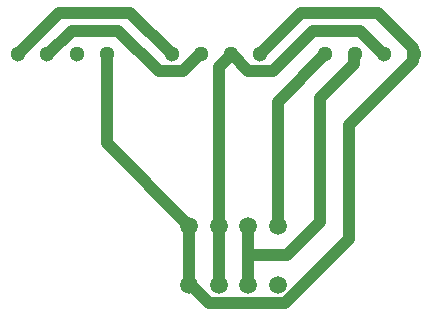
<source format=gbr>
%TF.GenerationSoftware,Altium Limited,Altium Designer,23.3.1 (30)*%
G04 Layer_Physical_Order=2*
G04 Layer_Color=16711680*
%FSLAX43Y43*%
%MOMM*%
%TF.SameCoordinates,FBF7E1D4-C1B8-4771-B9F0-462779BE4FB5*%
%TF.FilePolarity,Positive*%
%TF.FileFunction,Copper,L2,Bot,Signal*%
%TF.Part,Single*%
G01*
G75*
%TA.AperFunction,Conductor*%
%ADD10C,1.000*%
%TA.AperFunction,ComponentPad*%
%ADD11C,1.300*%
%ADD12C,1.500*%
D10*
X30033Y6906D02*
Y16533D01*
X35443Y22443D02*
X35500Y22500D01*
X30033Y16533D02*
X35443Y21943D01*
Y22443D01*
X27533Y8283D02*
Y18783D01*
X30443Y22443D02*
X30500Y22500D01*
X27533Y18783D02*
X30443Y21693D01*
Y22443D01*
X26000Y26000D02*
X32500D01*
X35443Y22557D02*
X35500Y22500D01*
X35443Y22557D02*
Y23057D01*
X32500Y26000D02*
X35443Y23057D01*
X21485Y21096D02*
X23596D01*
X27000Y24500D02*
X30919D01*
X23596Y21096D02*
X27000Y24500D01*
X6581D02*
X10500D01*
X13904Y21096D02*
X16015D01*
X10500Y24500D02*
X13904Y21096D01*
X4581Y22500D02*
X6581Y24500D01*
X11496Y26004D02*
X15000Y22500D01*
X5504Y26004D02*
X11496D01*
X2000Y22500D02*
X5504Y26004D01*
X30919Y24500D02*
X32919Y22500D01*
X22500D02*
X26000Y26000D01*
X21500Y5500D02*
Y8000D01*
X24750Y5500D02*
X27533Y8283D01*
X21500Y5500D02*
X24750D01*
X21500Y3000D02*
Y5500D01*
X16500Y3000D02*
Y8000D01*
X19000D02*
Y21419D01*
Y3000D02*
Y8000D01*
Y21419D02*
X20000Y22419D01*
X16635Y3000D02*
X18139Y1496D01*
X24000Y18500D02*
X28000Y22500D01*
X24000Y8000D02*
Y18500D01*
X16015Y21096D02*
X17419Y22500D01*
X4500D02*
X4581D01*
X17419D02*
X17500D01*
X32919D02*
X33000D01*
X20081D02*
X21485Y21096D01*
X20000Y22419D02*
Y22500D01*
X20081D01*
X9500Y15000D02*
X16500Y8000D01*
X9500Y15000D02*
Y22500D01*
X16500Y3000D02*
X16635D01*
X18139Y1496D02*
X24623D01*
X30033Y6906D01*
D11*
X35500Y22500D02*
D03*
X33000D02*
D03*
X30500D02*
D03*
X28000D02*
D03*
X22500D02*
D03*
X20000D02*
D03*
X17500D02*
D03*
X15000D02*
D03*
X9500D02*
D03*
X7000D02*
D03*
X4500D02*
D03*
X2000D02*
D03*
D12*
X24000Y8000D02*
D03*
X21500D02*
D03*
X19000D02*
D03*
X16500D02*
D03*
X24000Y3000D02*
D03*
X21500D02*
D03*
X19000D02*
D03*
X16500D02*
D03*
%TF.MD5,38b9a6fae97a1ea12bed642bab3a1beb*%
M02*

</source>
